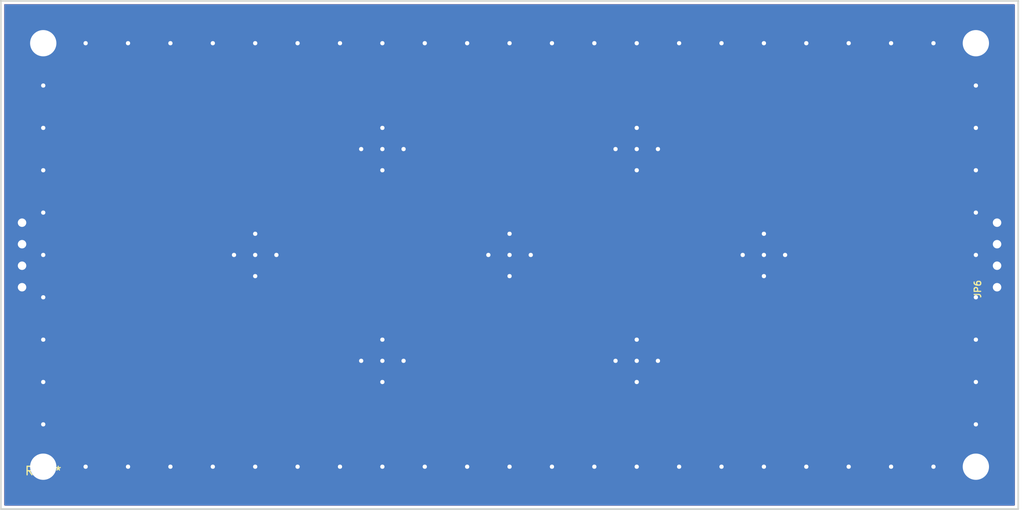
<source format=kicad_pcb>
(kicad_pcb (version 20241229) (generator "pcbnew") (generator_version "9.0")
  (layers (0 "F.Cu" signal) (4 "In1.Cu" signal) (6 "In2.Cu" signal) (2 "B.Cu" signal) (13 "F.Paste" user) (15 "B.Paste" user) (5 "F.SilkS" user "F.Silkscreen") (7 "B.SilkS" user "B.Silkscreen") (1 "F.Mask" user) (3 "B.Mask" user) (25 "Edge.Cuts" user))
  (net 0 "")
  (net 1 "TB")
  (net 2 "IN1")
  (net 3 "IN2")
  (footprint "" (layer "F.Cu") (at 205 125)
    (property "Reference" "" (at 0 0 0) (layer "F.SilkS") (effects (font (size 1.27 1.27))))
    (property "Value" "")
    (pad "" np_thru_hole circle (at 0 0 180) (size 3.1 3.1) (drill 3.1) (layers "*.Cu" "*.Mask"))
  )
  (footprint "S2JLibrary:3mm_npth" (layer "F.Cu") (at 95 125)
    (property "Reference" "REF**" (at 0 0.5 0) (layer "F.SilkS"))
    (property "Value" "3mm_npth")
    (pad "" np_thru_hole circle (at 0 0 180) (size 3.1 3.1) (drill 3.1) (layers "*.Cu" "*.Mask"))
  )
  (footprint "" (layer "F.Cu") (at 205 75)
    (property "Reference" "" (at 0 0 0) (layer "F.SilkS") (effects (font (size 1.27 1.27))))
    (property "Value" "")
    (pad "" np_thru_hole circle (at 0 0 180) (size 3.1 3.1) (drill 3.1) (layers "*.Cu" "*.Mask"))
  )
  (footprint "" (layer "F.Cu") (at 95 75)
    (property "Reference" "" (at 0 0 0) (layer "F.SilkS") (effects (font (size 1.27 1.27))))
    (property "Value" "")
    (pad "" np_thru_hole circle (at 0 0 180) (size 3.1 3.1) (drill 3.1) (layers "*.Cu" "*.Mask"))
  )
  (footprint "S2JLibrary:1X04_ROUND" (layer "F.Cu") (at 92.5 98.73 90)
    (property "Reference" "JP6" (hide yes))
    (property "Value" "")
    (pad "1" thru_hole circle (at -5.08 0 180) (size 1.6764 1.6764) (drill 1) (layers "*.Cu" "*.Mask") (net 1 "TB"))
    (pad "2" thru_hole circle (at -2.54 0 180) (size 1.6764 1.6764) (drill 1) (layers "*.Cu" "*.Mask") (net 1 "TB"))
    (pad "3" thru_hole circle (at 0 0 180) (size 1.6764 1.6764) (drill 1) (layers "*.Cu" "*.Mask") (net 3 "IN2"))
    (pad "4" thru_hole circle (at 2.54 0 180) (size 1.6764 1.6764) (drill 1) (layers "*.Cu" "*.Mask") (net 2 "IN1"))
  )
  (footprint "S2JLibrary:1X04_ROUND" (layer "F.Cu") (at 207.5 98.73 90)
    (property "Reference" "JP6" (at -6.4262 -1.8288 90) (layer "F.SilkS") (effects (font (size 0.77216 0.77216) (thickness 0.138988)) (justify left bottom)))
    (property "Value" "")
    (pad "1" thru_hole circle (at -5.08 0 180) (size 1.6764 1.6764) (drill 1) (layers "*.Cu" "*.Mask") (net 1 "TB"))
    (pad "2" thru_hole circle (at -2.54 0 180) (size 1.6764 1.6764) (drill 1) (layers "*.Cu" "*.Mask") (net 1 "TB"))
    (pad "3" thru_hole circle (at 0 0 180) (size 1.6764 1.6764) (drill 1) (layers "*.Cu" "*.Mask") (net 3 "IN2"))
    (pad "4" thru_hole circle (at 2.54 0 180) (size 1.6764 1.6764) (drill 1) (layers "*.Cu" "*.Mask") (net 2 "IN1"))
  )
  (gr_rect (start 90.5 70.5) (end 209.5 129.5) (stroke (width 0.2)) (fill yes) (layer "F.Cu") (net 2))
  (gr_rect (start 90.5 70.5) (end 209.5 129.5) (stroke (width 0.2)) (fill yes) (layer "B.Cu") (net 2))
  (gr_rect (start 90 70) (end 210 130) (stroke (width 0.2)) (fill no) (layer "Edge.Cuts"))
  (via (at 165 115) (size 1.5) (drill 0.5) (layers "F.Cu" "B.Cu") (net 1))
  (via (at 135 112.5) (size 1.5) (drill 0.5) (layers "F.Cu" "B.Cu") (net 1))
  (via (at 205 115) (size 1.5) (drill 0.5) (layers "F.Cu" "B.Cu") (net 1))
  (via (at 185 75) (size 1.5) (drill 0.5) (layers "F.Cu" "B.Cu") (net 1))
  (via (at 165 87.5) (size 1.5) (drill 0.5) (layers "F.Cu" "B.Cu") (net 1))
  (via (at 95 90) (size 1.5) (drill 0.5) (layers "F.Cu" "B.Cu") (net 1))
  (via (at 95 105) (size 1.5) (drill 0.5) (layers "F.Cu" "B.Cu") (net 1))
  (via (at 150 102.5) (size 1.5) (drill 0.5) (layers "F.Cu" "B.Cu") (net 1))
  (via (at 95 120) (size 1.5) (drill 0.5) (layers "F.Cu" "B.Cu") (net 1))
  (via (at 125 75) (size 1.5) (drill 0.5) (layers "F.Cu" "B.Cu") (net 1))
  (via (at 135 90) (size 1.5) (drill 0.5) (layers "F.Cu" "B.Cu") (net 1))
  (via (at 177.5 100) (size 1.5) (drill 0.5) (layers "F.Cu" "B.Cu") (net 1))
  (via (at 165 110) (size 1.5) (drill 0.5) (layers "F.Cu" "B.Cu") (net 1))
  (via (at 170 75) (size 1.5) (drill 0.5) (layers "F.Cu" "B.Cu") (net 1))
  (via (at 205 100) (size 1.5) (drill 0.5) (layers "F.Cu" "B.Cu") (net 1))
  (via (at 120 100) (size 1.5) (drill 0.5) (layers "F.Cu" "B.Cu") (net 1))
  (via (at 165 90) (size 1.5) (drill 0.5) (layers "F.Cu" "B.Cu") (net 1))
  (via (at 170 125) (size 1.5) (drill 0.5) (layers "F.Cu" "B.Cu") (net 1))
  (via (at 110 75) (size 1.5) (drill 0.5) (layers "F.Cu" "B.Cu") (net 1))
  (via (at 200 125) (size 1.5) (drill 0.5) (layers "F.Cu" "B.Cu") (net 1))
  (via (at 180 100) (size 1.5) (drill 0.5) (layers "F.Cu" "B.Cu") (net 1))
  (via (at 205 85) (size 1.5) (drill 0.5) (layers "F.Cu" "B.Cu") (net 1))
  (via (at 140 125) (size 1.5) (drill 0.5) (layers "F.Cu" "B.Cu") (net 1))
  (via (at 150 97.5) (size 1.5) (drill 0.5) (layers "F.Cu" "B.Cu") (net 1))
  (via (at 185 125) (size 1.5) (drill 0.5) (layers "F.Cu" "B.Cu") (net 1))
  (via (at 110 125) (size 1.5) (drill 0.5) (layers "F.Cu" "B.Cu") (net 1))
  (via (at 150 100) (size 1.5) (drill 0.5) (layers "F.Cu" "B.Cu") (net 1))
  (via (at 165 85) (size 1.5) (drill 0.5) (layers "F.Cu" "B.Cu") (net 1))
  (via (at 122.5 100) (size 1.5) (drill 0.5) (layers "F.Cu" "B.Cu") (net 1))
  (via (at 135 85) (size 1.5) (drill 0.5) (layers "F.Cu" "B.Cu") (net 1))
  (via (at 135 87.5) (size 1.5) (drill 0.5) (layers "F.Cu" "B.Cu") (net 1))
  (via (at 135 110) (size 1.5) (drill 0.5) (layers "F.Cu" "B.Cu") (net 1))
  (via (at 155 125) (size 1.5) (drill 0.5) (layers "F.Cu" "B.Cu") (net 1))
  (via (at 135 115) (size 1.5) (drill 0.5) (layers "F.Cu" "B.Cu") (net 1))
  (via (at 155 75) (size 1.5) (drill 0.5) (layers "F.Cu" "B.Cu") (net 1))
  (via (at 165 112.5) (size 1.5) (drill 0.5) (layers "F.Cu" "B.Cu") (net 1))
  (via (at 182.5 100) (size 1.5) (drill 0.5) (layers "F.Cu" "B.Cu") (net 1))
  (via (at 125 125) (size 1.5) (drill 0.5) (layers "F.Cu" "B.Cu") (net 1))
  (via (at 117.5 100) (size 1.5) (drill 0.5) (layers "F.Cu" "B.Cu") (net 1))
  (via (at 140 75) (size 1.5) (drill 0.5) (layers "F.Cu" "B.Cu") (net 1))
  (via (at 200 75) (size 1.5) (drill 0.5) (layers "F.Cu" "B.Cu") (net 1))
  (via (at 100 75) (size 1.5) (drill 0.5) (layers "F.Cu" "B.Cu") (net 2))
  (via (at 167.5 87.5) (size 1.5) (drill 0.5) (layers "F.Cu" "B.Cu") (net 2))
  (via (at 175 75) (size 1.5) (drill 0.5) (layers "F.Cu" "B.Cu") (net 2))
  (via (at 130 125) (size 1.5) (drill 0.5) (layers "F.Cu" "B.Cu") (net 2))
  (via (at 190 125) (size 1.5) (drill 0.5) (layers "F.Cu" "B.Cu") (net 2))
  (via (at 152.5 100) (size 1.5) (drill 0.5) (layers "F.Cu" "B.Cu") (net 2))
  (via (at 190 75) (size 1.5) (drill 0.5) (layers "F.Cu" "B.Cu") (net 2))
  (via (at 145 75) (size 1.5) (drill 0.5) (layers "F.Cu" "B.Cu") (net 2))
  (via (at 160 75) (size 1.5) (drill 0.5) (layers "F.Cu" "B.Cu") (net 2))
  (via (at 130 75) (size 1.5) (drill 0.5) (layers "F.Cu" "B.Cu") (net 2))
  (via (at 205 90) (size 1.5) (drill 0.5) (layers "F.Cu" "B.Cu") (net 2))
  (via (at 115 75) (size 1.5) (drill 0.5) (layers "F.Cu" "B.Cu") (net 2))
  (via (at 205 105) (size 1.5) (drill 0.5) (layers "F.Cu" "B.Cu") (net 2))
  (via (at 120 97.5) (size 1.5) (drill 0.5) (layers "F.Cu" "B.Cu") (net 2))
  (via (at 205 120) (size 1.5) (drill 0.5) (layers "F.Cu" "B.Cu") (net 2))
  (via (at 95 115) (size 1.5) (drill 0.5) (layers "F.Cu" "B.Cu") (net 2))
  (via (at 100 125) (size 1.5) (drill 0.5) (layers "F.Cu" "B.Cu") (net 2))
  (via (at 175 125) (size 1.5) (drill 0.5) (layers "F.Cu" "B.Cu") (net 2))
  (via (at 180 97.5) (size 1.5) (drill 0.5) (layers "F.Cu" "B.Cu") (net 2))
  (via (at 167.5 112.5) (size 1.5) (drill 0.5) (layers "F.Cu" "B.Cu") (net 2))
  (via (at 160 125) (size 1.5) (drill 0.5) (layers "F.Cu" "B.Cu") (net 2))
  (via (at 137.5 87.5) (size 1.5) (drill 0.5) (layers "F.Cu" "B.Cu") (net 2))
  (via (at 145 125) (size 1.5) (drill 0.5) (layers "F.Cu" "B.Cu") (net 2))
  (via (at 95 85) (size 1.5) (drill 0.5) (layers "F.Cu" "B.Cu") (net 2))
  (via (at 137.5 112.5) (size 1.5) (drill 0.5) (layers "F.Cu" "B.Cu") (net 2))
  (via (at 115 125) (size 1.5) (drill 0.5) (layers "F.Cu" "B.Cu") (net 2))
  (via (at 95 100) (size 1.5) (drill 0.5) (layers "F.Cu" "B.Cu") (net 2))
  (via (at 165 75) (size 1.5) (drill 0.5) (layers "F.Cu" "B.Cu") (net 3))
  (via (at 180 75) (size 1.5) (drill 0.5) (layers "F.Cu" "B.Cu") (net 3))
  (via (at 162.5 87.5) (size 1.5) (drill 0.5) (layers "F.Cu" "B.Cu") (net 3))
  (via (at 95 95) (size 1.5) (drill 0.5) (layers "F.Cu" "B.Cu") (net 3))
  (via (at 195 125) (size 1.5) (drill 0.5) (layers "F.Cu" "B.Cu") (net 3))
  (via (at 135 125) (size 1.5) (drill 0.5) (layers "F.Cu" "B.Cu") (net 3))
  (via (at 95 110) (size 1.5) (drill 0.5) (layers "F.Cu" "B.Cu") (net 3))
  (via (at 165 125) (size 1.5) (drill 0.5) (layers "F.Cu" "B.Cu") (net 3))
  (via (at 120 125) (size 1.5) (drill 0.5) (layers "F.Cu" "B.Cu") (net 3))
  (via (at 135 75) (size 1.5) (drill 0.5) (layers "F.Cu" "B.Cu") (net 3))
  (via (at 180 125) (size 1.5) (drill 0.5) (layers "F.Cu" "B.Cu") (net 3))
  (via (at 120 102.5) (size 1.5) (drill 0.5) (layers "F.Cu" "B.Cu") (net 3))
  (via (at 105 75) (size 1.5) (drill 0.5) (layers "F.Cu" "B.Cu") (net 3))
  (via (at 147.5 100) (size 1.5) (drill 0.5) (layers "F.Cu" "B.Cu") (net 3))
  (via (at 150 75) (size 1.5) (drill 0.5) (layers "F.Cu" "B.Cu") (net 3))
  (via (at 120 75) (size 1.5) (drill 0.5) (layers "F.Cu" "B.Cu") (net 3))
  (via (at 132.5 112.5) (size 1.5) (drill 0.5) (layers "F.Cu" "B.Cu") (net 3))
  (via (at 132.5 87.5) (size 1.5) (drill 0.5) (layers "F.Cu" "B.Cu") (net 3))
  (via (at 205 95) (size 1.5) (drill 0.5) (layers "F.Cu" "B.Cu") (net 3))
  (via (at 195 75) (size 1.5) (drill 0.5) (layers "F.Cu" "B.Cu") (net 3))
  (via (at 205 110) (size 1.5) (drill 0.5) (layers "F.Cu" "B.Cu") (net 3))
  (via (at 105 125) (size 1.5) (drill 0.5) (layers "F.Cu" "B.Cu") (net 3))
  (via (at 205 80) (size 1.5) (drill 0.5) (layers "F.Cu" "B.Cu") (net 3))
  (via (at 180 102.5) (size 1.5) (drill 0.5) (layers "F.Cu" "B.Cu") (net 3))
  (via (at 150 125) (size 1.5) (drill 0.5) (layers "F.Cu" "B.Cu") (net 3))
  (via (at 95 80) (size 1.5) (drill 0.5) (layers "F.Cu" "B.Cu") (net 3))
  (via (at 162.5 112.5) (size 1.5) (drill 0.5) (layers "F.Cu" "B.Cu") (net 3))
)
</source>
